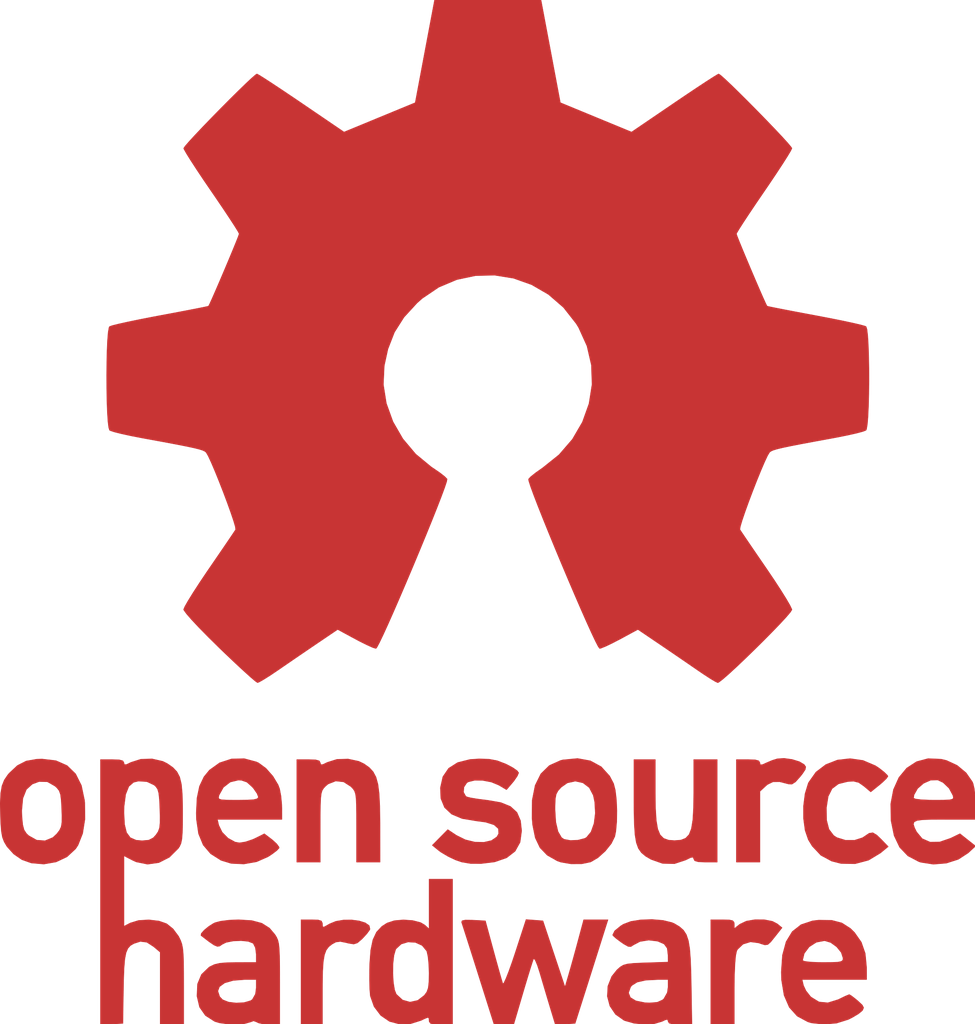
<source format=kicad_pcb>
(kicad_pcb (version 20171130) (host pcbnew "(5.0.0)")

  (general
    (thickness 1.6)
    (drawings 0)
    (tracks 0)
    (zones 0)
    (modules 1)
    (nets 1)
  )

  (page A3)
  (title_block
    (title "Placa Madre ")
    (date 2018-10-03)
    (rev "WEMB02 a")
    (company "R.Oliva CESE 2018")
  )

  (layers
    (0 F.Cu signal)
    (31 B.Cu signal)
    (32 B.Adhes user)
    (33 F.Adhes user)
    (34 B.Paste user)
    (35 F.Paste user)
    (36 B.SilkS user)
    (37 F.SilkS user)
    (38 B.Mask user)
    (39 F.Mask user)
    (40 Dwgs.User user)
    (41 Cmts.User user)
    (42 Eco1.User user)
    (43 Eco2.User user)
    (44 Edge.Cuts user)
    (45 Margin user)
    (46 B.CrtYd user)
    (47 F.CrtYd user)
    (48 B.Fab user)
    (49 F.Fab user)
  )

  (setup
    (last_trace_width 0.25)
    (trace_clearance 0.2)
    (zone_clearance 0.508)
    (zone_45_only no)
    (trace_min 0.2)
    (segment_width 0.2)
    (edge_width 0.15)
    (via_size 0.8)
    (via_drill 0.4)
    (via_min_size 0.4)
    (via_min_drill 0.3)
    (uvia_size 0.3)
    (uvia_drill 0.1)
    (uvias_allowed no)
    (uvia_min_size 0.2)
    (uvia_min_drill 0.1)
    (pcb_text_width 0.3)
    (pcb_text_size 1.5 1.5)
    (mod_edge_width 0.15)
    (mod_text_size 1 1)
    (mod_text_width 0.15)
    (pad_size 1.524 1.524)
    (pad_drill 0.762)
    (pad_to_mask_clearance 0.2)
    (aux_axis_origin 0 0)
    (visible_elements FFFFFF7F)
    (pcbplotparams
      (layerselection 0x010fc_ffffffff)
      (usegerberextensions false)
      (usegerberattributes false)
      (usegerberadvancedattributes false)
      (creategerberjobfile false)
      (excludeedgelayer true)
      (linewidth 0.100000)
      (plotframeref false)
      (viasonmask false)
      (mode 1)
      (useauxorigin false)
      (hpglpennumber 1)
      (hpglpenspeed 20)
      (hpglpendiameter 15.000000)
      (psnegative false)
      (psa4output false)
      (plotreference true)
      (plotvalue true)
      (plotinvisibletext false)
      (padsonsilk false)
      (subtractmaskfromsilk false)
      (outputformat 1)
      (mirror false)
      (drillshape 1)
      (scaleselection 1)
      (outputdirectory ""))
  )

  (net 0 "")

  (net_class Default "Esta es la clase de red por defecto."
    (clearance 0.2)
    (trace_width 0.25)
    (via_dia 0.8)
    (via_drill 0.4)
    (uvia_dia 0.3)
    (uvia_drill 0.1)
  )

  (module Symbol:OSHW-Logo_19x20mm_Copper (layer F.Cu) (tedit 0) (tstamp 5BC16D3F)
    (at 115.57 124.46)
    (descr "Open Source Hardware Logo")
    (tags "Logo OSHW")
    (attr virtual)
    (fp_text reference REF** (at 0 0) (layer F.SilkS) hide
      (effects (font (size 1 1) (thickness 0.15)))
    )
    (fp_text value OSHW-Logo_19x20mm_Copper (at 0.75 0) (layer F.Fab) hide
      (effects (font (size 1 1) (thickness 0.15)))
    )
    (fp_poly (pts (xy 1.248305 -8.97404) (xy 1.436557 -7.975458) (xy 2.131183 -7.689111) (xy 2.825808 -7.402763)
      (xy 3.659128 -7.969414) (xy 3.892501 -8.127189) (xy 4.103457 -8.268061) (xy 4.282153 -8.385599)
      (xy 4.418744 -8.473371) (xy 4.503386 -8.524945) (xy 4.526437 -8.536065) (xy 4.567963 -8.507465)
      (xy 4.656698 -8.428396) (xy 4.782697 -8.308959) (xy 4.936014 -8.159256) (xy 5.106702 -7.989385)
      (xy 5.284814 -7.809449) (xy 5.460406 -7.629546) (xy 5.62353 -7.459778) (xy 5.764241 -7.310246)
      (xy 5.872592 -7.191048) (xy 5.938637 -7.112287) (xy 5.954426 -7.085928) (xy 5.931703 -7.037334)
      (xy 5.867999 -6.930874) (xy 5.770013 -6.776961) (xy 5.644441 -6.586009) (xy 5.497982 -6.368431)
      (xy 5.413115 -6.244329) (xy 5.258426 -6.017721) (xy 5.12097 -5.81323) (xy 5.007414 -5.641035)
      (xy 4.924428 -5.511315) (xy 4.878678 -5.434249) (xy 4.871803 -5.418053) (xy 4.887388 -5.372025)
      (xy 4.929868 -5.26475) (xy 4.992835 -5.111313) (xy 5.069879 -4.926794) (xy 5.15459 -4.726279)
      (xy 5.240558 -4.524848) (xy 5.321373 -4.337585) (xy 5.390627 -4.179572) (xy 5.441908 -4.065893)
      (xy 5.468809 -4.01163) (xy 5.470396 -4.009494) (xy 5.512635 -3.999133) (xy 5.625126 -3.976018)
      (xy 5.796209 -3.942421) (xy 6.014223 -3.900615) (xy 6.267509 -3.852873) (xy 6.415288 -3.825341)
      (xy 6.685938 -3.77381) (xy 6.930397 -3.724775) (xy 7.1363 -3.680919) (xy 7.291277 -3.644926)
      (xy 7.382962 -3.619479) (xy 7.401393 -3.611405) (xy 7.419445 -3.556758) (xy 7.43401 -3.433338)
      (xy 7.445098 -3.255577) (xy 7.452719 -3.037909) (xy 7.456884 -2.794765) (xy 7.457602 -2.540577)
      (xy 7.454882 -2.28978) (xy 7.448735 -2.056804) (xy 7.439171 -1.856082) (xy 7.426199 -1.702046)
      (xy 7.409829 -1.60913) (xy 7.400011 -1.589787) (xy 7.341323 -1.566602) (xy 7.216966 -1.533456)
      (xy 7.04339 -1.494242) (xy 6.837042 -1.452855) (xy 6.765011 -1.439466) (xy 6.417719 -1.375853)
      (xy 6.143383 -1.324622) (xy 5.932939 -1.283739) (xy 5.777322 -1.251166) (xy 5.667467 -1.224868)
      (xy 5.594311 -1.202808) (xy 5.548787 -1.182951) (xy 5.521833 -1.163259) (xy 5.518061 -1.159368)
      (xy 5.480415 -1.096676) (xy 5.422986 -0.974669) (xy 5.351508 -0.808288) (xy 5.271715 -0.612471)
      (xy 5.189343 -0.40216) (xy 5.110125 -0.192292) (xy 5.039796 0.002191) (xy 4.984089 0.16635)
      (xy 4.948741 0.285245) (xy 4.939484 0.343936) (xy 4.940256 0.345992) (xy 4.97162 0.393964)
      (xy 5.042774 0.499516) (xy 5.14624 0.65166) (xy 5.27454 0.83941) (xy 5.420199 1.05178)
      (xy 5.46168 1.11213) (xy 5.609587 1.330929) (xy 5.739739 1.530562) (xy 5.845045 1.699565)
      (xy 5.918416 1.826475) (xy 5.952763 1.899829) (xy 5.954426 1.908841) (xy 5.925569 1.956207)
      (xy 5.845831 2.050042) (xy 5.725462 2.180261) (xy 5.574713 2.336779) (xy 5.403836 2.50951)
      (xy 5.223079 2.688371) (xy 5.042694 2.863276) (xy 4.872932 3.02414) (xy 4.724042 3.160878)
      (xy 4.606276 3.263407) (xy 4.529883 3.32164) (xy 4.50875 3.331148) (xy 4.45956 3.308754)
      (xy 4.358847 3.248356) (xy 4.223017 3.160129) (xy 4.11851 3.089115) (xy 3.929149 2.958811)
      (xy 3.704899 2.805384) (xy 3.479964 2.652201) (xy 3.359032 2.570218) (xy 2.949704 2.293353)
      (xy 2.606102 2.479136) (xy 2.449565 2.560523) (xy 2.316454 2.623784) (xy 2.226389 2.659865)
      (xy 2.203463 2.664885) (xy 2.175895 2.627817) (xy 2.121508 2.523069) (xy 2.044363 2.360303)
      (xy 1.948518 2.149181) (xy 1.838034 1.899365) (xy 1.716971 1.620517) (xy 1.589389 1.322299)
      (xy 1.459347 1.014374) (xy 1.330906 0.706404) (xy 1.208126 0.40805) (xy 1.095067 0.128975)
      (xy 0.995788 -0.121159) (xy 0.914349 -0.33269) (xy 0.854811 -0.495957) (xy 0.821234 -0.601295)
      (xy 0.815834 -0.637473) (xy 0.858634 -0.683619) (xy 0.952344 -0.758528) (xy 1.077373 -0.846636)
      (xy 1.087867 -0.853606) (xy 1.41102 -1.112279) (xy 1.671587 -1.414062) (xy 1.86731 -1.749305)
      (xy 1.995932 -2.108358) (xy 2.055195 -2.481574) (xy 2.042839 -2.8593) (xy 1.956607 -3.231889)
      (xy 1.794241 -3.58969) (xy 1.746472 -3.667973) (xy 1.498009 -3.984081) (xy 1.204481 -4.237921)
      (xy 0.876047 -4.428173) (xy 0.522865 -4.553515) (xy 0.155095 -4.612628) (xy -0.217103 -4.604193)
      (xy -0.583571 -4.526888) (xy -0.934149 -4.379394) (xy -1.258677 -4.16039) (xy -1.359064 -4.071502)
      (xy -1.614551 -3.793256) (xy -1.800722 -3.500344) (xy -1.92843 -3.172014) (xy -1.999556 -2.846867)
      (xy -2.017114 -2.481298) (xy -1.958566 -2.113914) (xy -1.829858 -1.757134) (xy -1.636938 -1.423374)
      (xy -1.385752 -1.125053) (xy -1.082248 -0.874589) (xy -1.04236 -0.848187) (xy -0.915991 -0.761728)
      (xy -0.819927 -0.686816) (xy -0.774 -0.638985) (xy -0.773332 -0.637473) (xy -0.783192 -0.585733)
      (xy -0.822278 -0.468304) (xy -0.886528 -0.294846) (xy -0.97188 -0.075021) (xy -1.074273 0.181513)
      (xy -1.189646 0.465096) (xy -1.313937 0.766067) (xy -1.443084 1.074767) (xy -1.573026 1.381536)
      (xy -1.699702 1.676714) (xy -1.819049 1.95064) (xy -1.927006 2.193656) (xy -2.019512 2.396101)
      (xy -2.092504 2.548315) (xy -2.141923 2.640638) (xy -2.161823 2.664885) (xy -2.222634 2.646004)
      (xy -2.336418 2.595364) (xy -2.483555 2.522017) (xy -2.564462 2.479136) (xy -2.908065 2.293353)
      (xy -3.317393 2.570218) (xy -3.526346 2.712054) (xy -3.755113 2.868141) (xy -3.969491 3.015109)
      (xy -4.076871 3.089115) (xy -4.227898 3.190531) (xy -4.355782 3.270898) (xy -4.443842 3.320041)
      (xy -4.472445 3.330429) (xy -4.514076 3.302405) (xy -4.606211 3.224172) (xy -4.739918 3.103852)
      (xy -4.906265 2.949568) (xy -5.09632 2.769443) (xy -5.216521 2.65379) (xy -5.426815 2.447167)
      (xy -5.608556 2.262358) (xy -5.754397 2.10727) (xy -5.856991 1.989807) (xy -5.908991 1.917875)
      (xy -5.91398 1.903278) (xy -5.890829 1.847753) (xy -5.826854 1.735484) (xy -5.729153 1.577837)
      (xy -5.60482 1.386179) (xy -5.460954 1.171876) (xy -5.420041 1.11213) (xy -5.270967 0.894982)
      (xy -5.137225 0.699475) (xy -5.026291 0.536599) (xy -4.945644 0.417337) (xy -4.902759 0.352678)
      (xy -4.898617 0.345992) (xy -4.904812 0.294462) (xy -4.9377 0.181166) (xy -4.991545 0.021042)
      (xy -5.060613 -0.170968) (xy -5.139169 -0.379926) (xy -5.22148 -0.590891) (xy -5.301811 -0.788924)
      (xy -5.374428 -0.959084) (xy -5.433595 -1.086433) (xy -5.47358 -1.156029) (xy -5.476422 -1.159368)
      (xy -5.500873 -1.179258) (xy -5.542169 -1.198927) (xy -5.609377 -1.220411) (xy -5.711559 -1.245747)
      (xy -5.857781 -1.276971) (xy -6.057107 -1.316118) (xy -6.318603 -1.365225) (xy -6.651331 -1.426328)
      (xy -6.723372 -1.439466) (xy -6.936885 -1.480718) (xy -7.123022 -1.521074) (xy -7.265334 -1.556639)
      (xy -7.347371 -1.58352) (xy -7.358372 -1.589787) (xy -7.376498 -1.645346) (xy -7.391233 -1.769505)
      (xy -7.402564 -1.947831) (xy -7.410484 -2.165891) (xy -7.414981 -2.409254) (xy -7.416046 -2.663486)
      (xy -7.41367 -2.914155) (xy -7.407841 -3.146829) (xy -7.398551 -3.347076) (xy -7.385789 -3.500462)
      (xy -7.369546 -3.592556) (xy -7.359754 -3.611405) (xy -7.305239 -3.630418) (xy -7.181104 -3.66135)
      (xy -6.999715 -3.701518) (xy -6.77344 -3.748238) (xy -6.514647 -3.798827) (xy -6.373649 -3.825341)
      (xy -6.106127 -3.87535) (xy -5.867562 -3.920654) (xy -5.669614 -3.958979) (xy -5.523943 -3.988053)
      (xy -5.442209 -4.005603) (xy -5.428757 -4.009494) (xy -5.406021 -4.053362) (xy -5.35796 -4.159024)
      (xy -5.290981 -4.311387) (xy -5.21149 -4.495354) (xy -5.125892 -4.69583) (xy -5.040595 -4.897719)
      (xy -4.962005 -5.085927) (xy -4.896527 -5.245358) (xy -4.850569 -5.360916) (xy -4.830537 -5.417506)
      (xy -4.830164 -5.419979) (xy -4.852874 -5.464621) (xy -4.916541 -5.567353) (xy -5.014475 -5.717963)
      (xy -5.139983 -5.906243) (xy -5.286374 -6.121982) (xy -5.371475 -6.245902) (xy -5.526545 -6.473117)
      (xy -5.664275 -6.679405) (xy -5.777947 -6.854329) (xy -5.860839 -6.987455) (xy -5.906231 -7.068347)
      (xy -5.912787 -7.08648) (xy -5.884605 -7.128688) (xy -5.806696 -7.218809) (xy -5.68901 -7.346746)
      (xy -5.5415 -7.502404) (xy -5.374119 -7.675685) (xy -5.196819 -7.856493) (xy -5.019552 -8.034733)
      (xy -4.85227 -8.200307) (xy -4.704925 -8.34312) (xy -4.58747 -8.453075) (xy -4.509857 -8.520076)
      (xy -4.483892 -8.536065) (xy -4.441616 -8.513581) (xy -4.340499 -8.450415) (xy -4.190373 -8.352997)
      (xy -4.00107 -8.227757) (xy -3.782421 -8.081125) (xy -3.617489 -7.969414) (xy -2.784169 -7.402763)
      (xy -2.089544 -7.689111) (xy -1.394918 -7.975458) (xy -1.206666 -8.97404) (xy -1.018413 -9.972623)
      (xy 1.060052 -9.972623) (xy 1.248305 -8.97404)) (layer F.Cu) (width 0.01))
    (fp_poly (pts (xy 5.958869 4.828231) (xy 6.102092 4.871989) (xy 6.194306 4.92728) (xy 6.224344 4.971004)
      (xy 6.216076 5.022834) (xy 6.162427 5.104259) (xy 6.117063 5.161927) (xy 6.023546 5.266182)
      (xy 5.953287 5.310045) (xy 5.893393 5.307182) (xy 5.71572 5.261967) (xy 5.585234 5.26402)
      (xy 5.479273 5.315261) (xy 5.4437 5.345252) (xy 5.329836 5.450778) (xy 5.329836 6.828853)
      (xy 4.871803 6.828853) (xy 4.871803 4.830164) (xy 5.10082 4.830164) (xy 5.238318 4.835602)
      (xy 5.309258 4.854909) (xy 5.329827 4.892576) (xy 5.329836 4.893692) (xy 5.33955 4.933146)
      (xy 5.383478 4.928) (xy 5.444344 4.899536) (xy 5.570054 4.846569) (xy 5.672134 4.814703)
      (xy 5.80348 4.806533) (xy 5.958869 4.828231)) (layer F.Cu) (width 0.01))
    (fp_poly (pts (xy -2.496892 4.864563) (xy -2.39326 4.914062) (xy -2.292894 4.985561) (xy -2.216432 5.067853)
      (xy -2.160738 5.172811) (xy -2.122677 5.312313) (xy -2.099115 5.498233) (xy -2.086915 5.742448)
      (xy -2.082944 6.056833) (xy -2.082882 6.089754) (xy -2.081967 6.828853) (xy -2.54 6.828853)
      (xy -2.54 6.147481) (xy -2.540326 5.89505) (xy -2.542581 5.712093) (xy -2.548681 5.584807)
      (xy -2.560541 5.499386) (xy -2.580076 5.442026) (xy -2.609203 5.398924) (xy -2.649776 5.356334)
      (xy -2.791731 5.264824) (xy -2.946694 5.247843) (xy -3.094323 5.305701) (xy -3.145663 5.348763)
      (xy -3.183353 5.389249) (xy -3.210413 5.432607) (xy -3.228603 5.492463) (xy -3.239684 5.582441)
      (xy -3.245414 5.716168) (xy -3.247556 5.90727) (xy -3.247869 6.139911) (xy -3.247869 6.828853)
      (xy -3.705902 6.828853) (xy -3.705902 4.830164) (xy -3.476885 4.830164) (xy -3.339386 4.835602)
      (xy -3.268447 4.854909) (xy -3.247878 4.892576) (xy -3.247869 4.893692) (xy -3.238325 4.930581)
      (xy -3.196233 4.926395) (xy -3.112541 4.885861) (xy -2.922727 4.826224) (xy -2.705599 4.819591)
      (xy -2.496892 4.864563)) (layer F.Cu) (width 0.01))
    (fp_poly (pts (xy 8.867792 4.823019) (xy 8.974414 4.848922) (xy 9.17883 4.943772) (xy 9.353625 5.088633)
      (xy 9.474597 5.26232) (xy 9.491217 5.301317) (xy 9.514016 5.403465) (xy 9.529975 5.554573)
      (xy 9.53541 5.707301) (xy 9.53541 5.996066) (xy 8.931639 5.996066) (xy 8.682619 5.997007)
      (xy 8.507189 6.002723) (xy 8.395665 6.01755) (xy 8.33836 6.045827) (xy 8.325588 6.09189)
      (xy 8.347662 6.160077) (xy 8.387205 6.239863) (xy 8.497509 6.373017) (xy 8.650792 6.439355)
      (xy 8.838141 6.437194) (xy 9.050363 6.364991) (xy 9.233773 6.275883) (xy 9.385962 6.39622)
      (xy 9.538151 6.516558) (xy 9.394974 6.648843) (xy 9.203828 6.773832) (xy 8.968753 6.849189)
      (xy 8.715898 6.870278) (xy 8.471413 6.83246) (xy 8.431967 6.819628) (xy 8.21709 6.707414)
      (xy 8.05725 6.540118) (xy 7.94908 6.312748) (xy 7.88921 6.020308) (xy 7.888513 6.01404)
      (xy 7.883152 5.695332) (xy 7.904823 5.581632) (xy 8.327869 5.581632) (xy 8.366722 5.599116)
      (xy 8.472205 5.612508) (xy 8.627707 5.620155) (xy 8.726249 5.621312) (xy 8.910013 5.620588)
      (xy 9.024914 5.615983) (xy 9.085366 5.603848) (xy 9.105783 5.58053) (xy 9.100581 5.542382)
      (xy 9.096217 5.527623) (xy 9.021724 5.388944) (xy 8.904566 5.277179) (xy 8.801173 5.228066)
      (xy 8.663816 5.231032) (xy 8.524629 5.292278) (xy 8.407874 5.393683) (xy 8.33781 5.517122)
      (xy 8.327869 5.581632) (xy 7.904823 5.581632) (xy 7.936579 5.41502) (xy 8.042572 5.17978)
      (xy 8.194911 4.996284) (xy 8.387374 4.871209) (xy 8.613742 4.811229) (xy 8.867792 4.823019)) (layer F.Cu) (width 0.01))
    (fp_poly (pts (xy 7.342288 4.847602) (xy 7.583543 4.95009) (xy 7.659531 4.999981) (xy 7.756648 5.076651)
      (xy 7.817612 5.136936) (xy 7.828197 5.156571) (xy 7.798308 5.200142) (xy 7.721819 5.274077)
      (xy 7.660582 5.325679) (xy 7.492967 5.460378) (xy 7.360614 5.34901) (xy 7.258336 5.277113)
      (xy 7.15861 5.252296) (xy 7.044475 5.258357) (xy 6.863234 5.303418) (xy 6.738475 5.396949)
      (xy 6.662658 5.548154) (xy 6.62824 5.766236) (xy 6.628231 5.766373) (xy 6.631208 6.010124)
      (xy 6.677467 6.188966) (xy 6.769742 6.31073) (xy 6.83265 6.351964) (xy 6.999717 6.403311)
      (xy 7.178162 6.403342) (xy 7.333415 6.353522) (xy 7.370164 6.32918) (xy 7.46233 6.267004)
      (xy 7.534387 6.256813) (xy 7.612102 6.303092) (xy 7.698018 6.386212) (xy 7.834011 6.526521)
      (xy 7.683023 6.650978) (xy 7.44974 6.791443) (xy 7.186673 6.860666) (xy 6.91176 6.855653)
      (xy 6.731216 6.809755) (xy 6.520194 6.696249) (xy 6.351426 6.517685) (xy 6.274753 6.391639)
      (xy 6.212654 6.210791) (xy 6.181581 5.981745) (xy 6.181342 5.73351) (xy 6.211743 5.495093)
      (xy 6.272592 5.295503) (xy 6.282176 5.275039) (xy 6.424102 5.074341) (xy 6.616259 4.928217)
      (xy 6.843464 4.839698) (xy 7.090535 4.811815) (xy 7.342288 4.847602)) (layer F.Cu) (width 0.01))
    (fp_poly (pts (xy 3.289508 5.478311) (xy 3.293444 5.783698) (xy 3.307823 6.01566) (xy 3.336504 6.183786)
      (xy 3.383348 6.297671) (xy 3.452211 6.366905) (xy 3.546954 6.40108) (xy 3.664262 6.409811)
      (xy 3.787123 6.400028) (xy 3.880444 6.364287) (xy 3.948084 6.292995) (xy 3.993901 6.176561)
      (xy 4.021755 6.005391) (xy 4.035504 5.769896) (xy 4.039016 5.478311) (xy 4.039016 4.830164)
      (xy 4.497049 4.830164) (xy 4.497049 6.828853) (xy 4.268033 6.828853) (xy 4.129971 6.823258)
      (xy 4.058878 6.803611) (xy 4.039016 6.766313) (xy 4.027054 6.733094) (xy 3.979447 6.740121)
      (xy 3.883485 6.787132) (xy 3.663548 6.859654) (xy 3.430274 6.854516) (xy 3.206755 6.775766)
      (xy 3.100313 6.713558) (xy 3.019122 6.646204) (xy 2.959808 6.561928) (xy 2.918996 6.448957)
      (xy 2.893312 6.295515) (xy 2.879381 6.089827) (xy 2.873829 5.820118) (xy 2.873115 5.611551)
      (xy 2.873115 4.830164) (xy 3.289508 4.830164) (xy 3.289508 5.478311)) (layer F.Cu) (width 0.01))
    (fp_poly (pts (xy 2.022521 4.854805) (xy 2.233136 4.969505) (xy 2.397915 5.150574) (xy 2.475554 5.297838)
      (xy 2.508886 5.427907) (xy 2.530483 5.613333) (xy 2.539739 5.826939) (xy 2.536045 6.04155)
      (xy 2.518794 6.229991) (xy 2.498643 6.330637) (xy 2.430667 6.468323) (xy 2.312942 6.614566)
      (xy 2.171065 6.742452) (xy 2.030632 6.825063) (xy 2.027207 6.826373) (xy 1.852945 6.862472)
      (xy 1.646427 6.863365) (xy 1.450174 6.830501) (xy 1.374396 6.804161) (xy 1.179221 6.693484)
      (xy 1.039438 6.548478) (xy 0.947599 6.356503) (xy 0.896254 6.10492) (xy 0.884637 5.973142)
      (xy 0.886119 5.807553) (xy 1.332459 5.807553) (xy 1.347494 6.049177) (xy 1.390772 6.233303)
      (xy 1.459551 6.350949) (xy 1.50855 6.38459) (xy 1.634093 6.40805) (xy 1.783318 6.401104)
      (xy 1.912333 6.367345) (xy 1.946166 6.348772) (xy 2.035428 6.240599) (xy 2.094345 6.075051)
      (xy 2.119424 5.873581) (xy 2.107174 5.657646) (xy 2.079796 5.52769) (xy 2.001191 5.377191)
      (xy 1.877104 5.283114) (xy 1.727661 5.250587) (xy 1.572987 5.284738) (xy 1.454174 5.368273)
      (xy 1.391735 5.437193) (xy 1.355293 5.505126) (xy 1.337923 5.597064) (xy 1.332699 5.737999)
      (xy 1.332459 5.807553) (xy 0.886119 5.807553) (xy 0.887785 5.621495) (xy 0.945056 5.333134)
      (xy 1.056457 5.108049) (xy 1.221993 4.94623) (xy 1.44167 4.847666) (xy 1.488842 4.836236)
      (xy 1.772336 4.809406) (xy 2.022521 4.854805)) (layer F.Cu) (width 0.01))
    (fp_poly (pts (xy 0.046418 4.823003) (xy 0.2041 4.852907) (xy 0.367685 4.915452) (xy 0.385164 4.923426)
      (xy 0.509217 4.988656) (xy 0.595129 5.049274) (xy 0.622898 5.088106) (xy 0.596453 5.151437)
      (xy 0.53222 5.244881) (xy 0.503708 5.279762) (xy 0.386211 5.417066) (xy 0.234732 5.327691)
      (xy 0.09057 5.268152) (xy -0.076 5.236326) (xy -0.235738 5.234316) (xy -0.359406 5.264221)
      (xy -0.389084 5.282886) (xy -0.445602 5.368466) (xy -0.452471 5.467049) (xy -0.41018 5.544062)
      (xy -0.385164 5.558998) (xy -0.310204 5.577547) (xy -0.178439 5.599348) (xy -0.016009 5.62018)
      (xy 0.013956 5.623447) (xy 0.27484 5.668575) (xy 0.464055 5.74523) (xy 0.589543 5.860491)
      (xy 0.659243 6.021435) (xy 0.680956 6.218015) (xy 0.650961 6.441473) (xy 0.553559 6.616949)
      (xy 0.388361 6.744758) (xy 0.154977 6.825218) (xy -0.104098 6.856962) (xy -0.315367 6.85658)
      (xy -0.486735 6.827749) (xy -0.60377 6.787944) (xy -0.75165 6.718587) (xy -0.888313 6.638097)
      (xy -0.936885 6.60267) (xy -1.061803 6.500705) (xy -0.760491 6.195813) (xy -0.589204 6.309165)
      (xy -0.417406 6.3943) (xy -0.233952 6.43883) (xy -0.057603 6.443528) (xy 0.092881 6.40917)
      (xy 0.19874 6.336529) (xy 0.232921 6.275238) (xy 0.227794 6.176941) (xy 0.142857 6.101773)
      (xy -0.021657 6.049866) (xy -0.201899 6.025875) (xy -0.479291 5.980104) (xy -0.685365 5.893748)
      (xy -0.822878 5.76428) (xy -0.894587 5.589172) (xy -0.904521 5.381565) (xy -0.855452 5.164714)
      (xy -0.74358 5.000805) (xy -0.567903 4.889088) (xy -0.327419 4.828814) (xy -0.149257 4.816999)
      (xy 0.046418 4.823003)) (layer F.Cu) (width 0.01))
    (fp_poly (pts (xy -4.492675 4.876526) (xy -4.451181 4.896061) (xy -4.307566 5.001263) (xy -4.171764 5.154793)
      (xy -4.070362 5.323845) (xy -4.04152 5.401567) (xy -4.015206 5.540398) (xy -3.999515 5.708177)
      (xy -3.997609 5.777459) (xy -3.997377 5.996066) (xy -5.255585 5.996066) (xy -5.228766 6.110574)
      (xy -5.162934 6.246004) (xy -5.047839 6.363046) (xy -4.910913 6.438442) (xy -4.823658 6.454098)
      (xy -4.705328 6.435099) (xy -4.564149 6.387446) (xy -4.516189 6.365521) (xy -4.338829 6.276944)
      (xy -4.18747 6.392391) (xy -4.100131 6.470474) (xy -4.053658 6.534922) (xy -4.051305 6.553837)
      (xy -4.092822 6.599681) (xy -4.18381 6.669349) (xy -4.266395 6.7237) (xy -4.489249 6.821405)
      (xy -4.739087 6.865628) (xy -4.98671 6.85413) (xy -5.184098 6.794029) (xy -5.387576 6.665284)
      (xy -5.532179 6.495774) (xy -5.622639 6.276462) (xy -5.663689 5.998309) (xy -5.667329 5.871034)
      (xy -5.652761 5.579375) (xy -5.650972 5.570891) (xy -5.234059 5.570891) (xy -5.222577 5.598242)
      (xy -5.175384 5.613324) (xy -5.078049 5.619788) (xy -4.916136 5.621285) (xy -4.85379 5.621312)
      (xy -4.664103 5.619052) (xy -4.543811 5.610844) (xy -4.479116 5.59455) (xy -4.45622 5.568027)
      (xy -4.45541 5.55951) (xy -4.48154 5.491825) (xy -4.546937 5.397005) (xy -4.575052 5.363805)
      (xy -4.679426 5.269906) (xy -4.788225 5.232988) (xy -4.846843 5.229902) (xy -5.005426 5.268493)
      (xy -5.138413 5.372155) (xy -5.222772 5.522717) (xy -5.224267 5.527623) (xy -5.234059 5.570891)
      (xy -5.650972 5.570891) (xy -5.604316 5.349722) (xy -5.517045 5.165983) (xy -5.410311 5.035557)
      (xy -5.21298 4.894131) (xy -4.981015 4.818556) (xy -4.734288 4.811724) (xy -4.492675 4.876526)) (layer F.Cu) (width 0.01))
    (fp_poly (pts (xy -8.40539 4.851802) (xy -8.187553 4.948108) (xy -8.022184 5.108919) (xy -7.909043 5.334482)
      (xy -7.847888 5.625042) (xy -7.843505 5.670408) (xy -7.84007 5.990256) (xy -7.884602 6.270614)
      (xy -7.974391 6.497847) (xy -8.022471 6.570941) (xy -8.189945 6.725643) (xy -8.403232 6.825838)
      (xy -8.641846 6.867418) (xy -8.885303 6.846272) (xy -9.07037 6.781145) (xy -9.229521 6.671393)
      (xy -9.359596 6.527496) (xy -9.361846 6.52413) (xy -9.41467 6.435314) (xy -9.448999 6.346005)
      (xy -9.469788 6.233294) (xy -9.481991 6.074273) (xy -9.487367 5.943868) (xy -9.489605 5.825611)
      (xy -9.073294 5.825611) (xy -9.069225 5.943335) (xy -9.054455 6.100049) (xy -9.028398 6.200621)
      (xy -8.981407 6.272173) (xy -8.937397 6.313971) (xy -8.781377 6.401484) (xy -8.618131 6.413179)
      (xy -8.466096 6.350212) (xy -8.39008 6.279653) (xy -8.335303 6.20855) (xy -8.303263 6.140512)
      (xy -8.2892 6.051967) (xy -8.288358 5.919339) (xy -8.292691 5.797195) (xy -8.302011 5.62271)
      (xy -8.316788 5.509538) (xy -8.34342 5.435721) (xy -8.388309 5.379298) (xy -8.42388 5.34705)
      (xy -8.572671 5.26234) (xy -8.733187 5.258117) (xy -8.86778 5.308292) (xy -8.9826 5.413075)
      (xy -9.051004 5.585198) (xy -9.073294 5.825611) (xy -9.489605 5.825611) (xy -9.492276 5.684548)
      (xy -9.483893 5.49061) (xy -9.458772 5.344745) (xy -9.413468 5.229641) (xy -9.344536 5.127986)
      (xy -9.318978 5.097802) (xy -9.159175 4.947412) (xy -8.987769 4.859566) (xy -8.778151 4.822762)
      (xy -8.675936 4.819754) (xy -8.40539 4.851802)) (layer F.Cu) (width 0.01))
    (fp_poly (pts (xy 6.730842 7.963999) (xy 6.929876 8.015746) (xy 7.096561 8.122544) (xy 7.177269 8.202326)
      (xy 7.309568 8.390931) (xy 7.38539 8.60972) (xy 7.411438 8.878668) (xy 7.411571 8.90041)
      (xy 7.411803 9.119017) (xy 6.153595 9.119017) (xy 6.180415 9.233525) (xy 6.228841 9.337232)
      (xy 6.313596 9.44529) (xy 6.331323 9.462541) (xy 6.48368 9.555904) (xy 6.657424 9.571738)
      (xy 6.857411 9.510313) (xy 6.891311 9.493771) (xy 6.995288 9.443484) (xy 7.064931 9.414834)
      (xy 7.077083 9.412184) (xy 7.119501 9.437913) (xy 7.200399 9.500861) (xy 7.241465 9.535259)
      (xy 7.32656 9.614276) (xy 7.354503 9.666451) (xy 7.33511 9.714446) (xy 7.324743 9.72757)
      (xy 7.254531 9.785008) (xy 7.138674 9.854813) (xy 7.057869 9.895564) (xy 6.828501 9.967362)
      (xy 6.574564 9.990625) (xy 6.334074 9.963059) (xy 6.266721 9.943321) (xy 6.058262 9.831612)
      (xy 5.903746 9.659721) (xy 5.802278 9.425979) (xy 5.752965 9.128716) (xy 5.747551 8.973279)
      (xy 5.763359 8.746973) (xy 6.162623 8.746973) (xy 6.20124 8.763702) (xy 6.305042 8.776829)
      (xy 6.455956 8.784575) (xy 6.558197 8.785902) (xy 6.742101 8.784623) (xy 6.858174 8.778638)
      (xy 6.921852 8.764724) (xy 6.948567 8.739655) (xy 6.95377 8.70328) (xy 6.918073 8.591229)
      (xy 6.828196 8.480488) (xy 6.709966 8.395489) (xy 6.59169 8.360718) (xy 6.431044 8.391563)
      (xy 6.291978 8.480732) (xy 6.195557 8.609263) (xy 6.162623 8.746973) (xy 5.763359 8.746973)
      (xy 5.770572 8.643733) (xy 5.841624 8.381175) (xy 5.96221 8.183525) (xy 6.133834 8.048702)
      (xy 6.357998 7.974626) (xy 6.479438 7.96036) (xy 6.730842 7.963999)) (layer F.Cu) (width 0.01))
    (fp_poly (pts (xy 5.415107 7.95246) (xy 5.575182 7.984017) (xy 5.666312 8.030743) (xy 5.762179 8.10837)
      (xy 5.625787 8.280579) (xy 5.541694 8.384867) (xy 5.484592 8.435746) (xy 5.427844 8.443519)
      (xy 5.344811 8.418488) (xy 5.305833 8.404327) (xy 5.146926 8.383433) (xy 5.001399 8.42822)
      (xy 4.89456 8.529399) (xy 4.877205 8.561659) (xy 4.858303 8.647115) (xy 4.843716 8.804606)
      (xy 4.834126 9.022969) (xy 4.830219 9.291038) (xy 4.830164 9.329172) (xy 4.830164 9.993443)
      (xy 4.372131 9.993443) (xy 4.372131 7.953115) (xy 4.601148 7.953115) (xy 4.733199 7.956563)
      (xy 4.801992 7.971907) (xy 4.82743 8.006648) (xy 4.830164 8.039416) (xy 4.830164 8.125717)
      (xy 4.939878 8.039416) (xy 5.06568 7.980538) (xy 5.234681 7.951426) (xy 5.415107 7.95246)) (layer F.Cu) (width 0.01))
    (fp_poly (pts (xy 3.43867 7.96548) (xy 3.614179 8.008109) (xy 3.664912 8.030693) (xy 3.763254 8.089847)
      (xy 3.838727 8.156472) (xy 3.894571 8.242135) (xy 3.934026 8.358405) (xy 3.960332 8.516848)
      (xy 3.976729 8.729034) (xy 3.986457 9.006529) (xy 3.990151 9.191885) (xy 4.003745 9.993443)
      (xy 3.771544 9.993443) (xy 3.630677 9.987536) (xy 3.558102 9.96735) (xy 3.539344 9.933453)
      (xy 3.529441 9.896799) (xy 3.485166 9.903807) (xy 3.424836 9.933197) (xy 3.273803 9.978246)
      (xy 3.079693 9.990385) (xy 2.875531 9.970529) (xy 2.69434 9.919592) (xy 2.678089 9.912522)
      (xy 2.512491 9.796188) (xy 2.403324 9.634467) (xy 2.353091 9.44543) (xy 2.356928 9.377515)
      (xy 2.766763 9.377515) (xy 2.802875 9.468914) (xy 2.909942 9.534411) (xy 3.082684 9.569563)
      (xy 3.175 9.574231) (xy 3.32885 9.562282) (xy 3.431115 9.515844) (xy 3.456066 9.493771)
      (xy 3.523661 9.373681) (xy 3.539344 9.264754) (xy 3.539344 9.119017) (xy 3.336352 9.119017)
      (xy 3.100387 9.131043) (xy 2.934881 9.168871) (xy 2.830305 9.235121) (xy 2.806891 9.264656)
      (xy 2.766763 9.377515) (xy 2.356928 9.377515) (xy 2.364295 9.247148) (xy 2.43944 9.057692)
      (xy 2.541968 8.929656) (xy 2.604065 8.874302) (xy 2.664855 8.837924) (xy 2.743952 8.815744)
      (xy 2.860971 8.802982) (xy 3.035527 8.794857) (xy 3.104763 8.792521) (xy 3.539344 8.778321)
      (xy 3.538707 8.646784) (xy 3.521876 8.508519) (xy 3.461026 8.424917) (xy 3.338095 8.371507)
      (xy 3.334797 8.370555) (xy 3.160504 8.349555) (xy 2.989952 8.376985) (xy 2.8632 8.443689)
      (xy 2.812342 8.476625) (xy 2.757565 8.472068) (xy 2.673272 8.424349) (xy 2.623773 8.390671)
      (xy 2.526955 8.318716) (xy 2.466982 8.264779) (xy 2.457359 8.249337) (xy 2.496985 8.169424)
      (xy 2.614064 8.073989) (xy 2.664918 8.041789) (xy 2.811113 7.986332) (xy 3.008137 7.954913)
      (xy 3.226989 7.947855) (xy 3.43867 7.96548)) (layer F.Cu) (width 0.01))
    (fp_poly (pts (xy 1.096942 7.973935) (xy 1.312248 8.619344) (xy 1.527555 9.264754) (xy 1.595064 9.035738)
      (xy 1.635691 8.894204) (xy 1.689133 8.702936) (xy 1.746842 8.492693) (xy 1.777355 8.379918)
      (xy 1.892136 7.953115) (xy 2.365687 7.953115) (xy 2.224139 8.400738) (xy 2.154433 8.620903)
      (xy 2.070223 8.886471) (xy 1.982281 9.163492) (xy 1.903772 9.410492) (xy 1.724952 9.972623)
      (xy 1.531882 9.985185) (xy 1.338811 9.997746) (xy 1.234118 9.65207) (xy 1.169553 9.437335)
      (xy 1.099092 9.200604) (xy 1.037511 8.991526) (xy 1.035081 8.983205) (xy 0.989085 8.841537)
      (xy 0.948503 8.744874) (xy 0.92008 8.708321) (xy 0.914239 8.712549) (xy 0.893738 8.769217)
      (xy 0.854785 8.890605) (xy 0.802122 9.061448) (xy 0.740491 9.266482) (xy 0.707143 9.379262)
      (xy 0.526546 9.993443) (xy 0.143267 9.993443) (xy -0.163133 9.025328) (xy -0.249209 8.753759)
      (xy -0.32762 8.507138) (xy -0.394661 8.297048) (xy -0.446631 8.135076) (xy -0.479826 8.032808)
      (xy -0.489916 8.002928) (xy -0.481928 7.972334) (xy -0.419208 7.958935) (xy -0.288685 7.960275)
      (xy -0.268253 7.961288) (xy -0.026208 7.973935) (xy 0.132317 8.556885) (xy 0.190585 8.769486)
      (xy 0.242655 8.956377) (xy 0.283944 9.101331) (xy 0.309866 9.18812) (xy 0.314656 9.202269)
      (xy 0.334504 9.185998) (xy 0.37453 9.101697) (xy 0.430138 8.960842) (xy 0.496731 8.774911)
      (xy 0.553024 8.606956) (xy 0.767578 7.949209) (xy 1.096942 7.973935)) (layer F.Cu) (width 0.01))
    (fp_poly (pts (xy -0.66623 9.993443) (xy -0.895246 9.993443) (xy -1.028175 9.989546) (xy -1.097405 9.973407)
      (xy -1.122332 9.938354) (xy -1.124262 9.914653) (xy -1.128466 9.867123) (xy -1.154974 9.858008)
      (xy -1.224633 9.887308) (xy -1.278804 9.914653) (xy -1.486777 9.979451) (xy -1.712853 9.983201)
      (xy -1.896655 9.934873) (xy -2.067813 9.818118) (xy -2.198284 9.645781) (xy -2.269727 9.442506)
      (xy -2.271546 9.431141) (xy -2.282161 9.307136) (xy -2.28744 9.129117) (xy -2.287016 8.99448)
      (xy -1.832172 8.99448) (xy -1.821635 9.173428) (xy -1.797666 9.320924) (xy -1.765217 9.404217)
      (xy -1.642456 9.518041) (xy -1.496701 9.558845) (xy -1.346393 9.525848) (xy -1.217951 9.427422)
      (xy -1.169308 9.361224) (xy -1.140866 9.282231) (xy -1.127544 9.166926) (xy -1.124262 8.993736)
      (xy -1.130135 8.822229) (xy -1.145647 8.67154) (xy -1.167638 8.570698) (xy -1.171303 8.561659)
      (xy -1.259988 8.454195) (xy -1.389428 8.395195) (xy -1.534257 8.385669) (xy -1.669109 8.426626)
      (xy -1.768617 8.519076) (xy -1.77894 8.537473) (xy -1.81125 8.649646) (xy -1.828852 8.810934)
      (xy -1.832172 8.99448) (xy -2.287016 8.99448) (xy -2.2868 8.926212) (xy -2.283806 8.81701)
      (xy -2.263442 8.546856) (xy -2.221117 8.344024) (xy -2.150706 8.194077) (xy -2.046088 8.082579)
      (xy -1.944521 8.017127) (xy -1.802616 7.971117) (xy -1.626121 7.955336) (xy -1.445393 7.96819)
      (xy -1.290787 8.008081) (xy -1.209101 8.055801) (xy -1.124262 8.132579) (xy -1.124262 7.161967)
      (xy -0.66623 7.161967) (xy -0.66623 9.993443)) (layer F.Cu) (width 0.01))
    (fp_poly (pts (xy -3.289475 7.95754) (xy -3.227163 7.976218) (xy -3.207075 8.017255) (xy -3.20623 8.035782)
      (xy -3.202625 8.087383) (xy -3.1778 8.095484) (xy -3.110737 8.060108) (xy -3.070902 8.035937)
      (xy -2.945227 7.984175) (xy -2.795123 7.958581) (xy -2.637737 7.956613) (xy -2.490214 7.975729)
      (xy -2.3697 8.013387) (xy -2.29334 8.067044) (xy -2.278281 8.134158) (xy -2.285881 8.152333)
      (xy -2.341282 8.227777) (xy -2.42719 8.320568) (xy -2.442728 8.335568) (xy -2.524612 8.40454)
      (xy -2.595263 8.426825) (xy -2.694068 8.411272) (xy -2.733652 8.400938) (xy -2.856828 8.376116)
      (xy -2.943436 8.387278) (xy -3.016576 8.426646) (xy -3.083574 8.479479) (xy -3.132918 8.545924)
      (xy -3.167209 8.638652) (xy -3.189048 8.770334) (xy -3.201034 8.953641) (xy -3.205769 9.201246)
      (xy -3.20623 9.350744) (xy -3.20623 9.993443) (xy -3.622623 9.993443) (xy -3.622623 7.953115)
      (xy -3.414426 7.953115) (xy -3.289475 7.95754)) (layer F.Cu) (width 0.01))
    (fp_poly (pts (xy -4.583779 7.969247) (xy -4.387889 8.021514) (xy -4.238767 8.116253) (xy -4.133535 8.240338)
      (xy -4.100821 8.293296) (xy -4.076669 8.348768) (xy -4.059784 8.41973) (xy -4.048873 8.519154)
      (xy -4.04264 8.660016) (xy -4.039791 8.855289) (xy -4.039032 9.117948) (xy -4.039016 9.187633)
      (xy -4.039016 9.993443) (xy -4.238885 9.993443) (xy -4.36637 9.984515) (xy -4.460634 9.961896)
      (xy -4.484251 9.947946) (xy -4.548815 9.92387) (xy -4.614759 9.947946) (xy -4.723332 9.978003)
      (xy -4.881042 9.9901) (xy -5.055844 9.984851) (xy -5.215693 9.962869) (xy -5.309016 9.934663)
      (xy -5.489609 9.818731) (xy -5.60247 9.657847) (xy -5.653209 9.443936) (xy -5.65368 9.438443)
      (xy -5.649227 9.343547) (xy -5.246557 9.343547) (xy -5.211354 9.451484) (xy -5.154014 9.512229)
      (xy -5.038913 9.558172) (xy -4.886986 9.576512) (xy -4.732061 9.567485) (xy -4.607964 9.531332)
      (xy -4.573197 9.508137) (xy -4.512444 9.40096) (xy -4.497049 9.27912) (xy -4.497049 9.119017)
      (xy -4.727403 9.119017) (xy -4.946241 9.135863) (xy -5.112137 9.183593) (xy -5.215338 9.257986)
      (xy -5.246557 9.343547) (xy -5.649227 9.343547) (xy -5.642713 9.204731) (xy -5.565631 9.019946)
      (xy -5.420714 8.880206) (xy -5.400683 8.867495) (xy -5.31461 8.826105) (xy -5.208073 8.801041)
      (xy -5.059141 8.788858) (xy -4.882213 8.786057) (xy -4.497049 8.785902) (xy -4.497049 8.624443)
      (xy -4.513387 8.499168) (xy -4.555078 8.415241) (xy -4.559959 8.410773) (xy -4.652736 8.374059)
      (xy -4.792784 8.359828) (xy -4.947555 8.366821) (xy -5.084499 8.39378) (xy -5.165759 8.434212)
      (xy -5.20979 8.466601) (xy -5.256285 8.472784) (xy -5.320451 8.446248) (xy -5.417495 8.380479)
      (xy -5.562626 8.268963) (xy -5.575947 8.258516) (xy -5.569121 8.219862) (xy -5.512178 8.155572)
      (xy -5.42563 8.084131) (xy -5.329992 8.024021) (xy -5.299944 8.009827) (xy -5.190341 7.981503)
      (xy -5.029735 7.9613) (xy -4.850302 7.953196) (xy -4.841911 7.95318) (xy -4.583779 7.969247)) (layer F.Cu) (width 0.01))
    (fp_poly (pts (xy -6.320808 4.865166) (xy -6.233015 4.90854) (xy -6.124751 4.984122) (xy -6.045845 5.066542)
      (xy -5.991805 5.170037) (xy -5.958141 5.308843) (xy -5.940363 5.497194) (xy -5.93398 5.749328)
      (xy -5.933607 5.857724) (xy -5.934696 6.095287) (xy -5.939222 6.265068) (xy -5.949068 6.38255)
      (xy -5.966118 6.463215) (xy -5.992259 6.522545) (xy -6.019458 6.56302) (xy -6.19308 6.735225)
      (xy -6.397538 6.838806) (xy -6.618104 6.86996) (xy -6.840046 6.824885) (xy -6.91036 6.793009)
      (xy -7.078689 6.705271) (xy -7.078689 8.080172) (xy -6.955838 8.016643) (xy -6.793967 7.967491)
      (xy -6.595005 7.9549) (xy -6.396328 7.978147) (xy -6.24629 8.03037) (xy -6.121841 8.129826)
      (xy -6.015508 8.272143) (xy -6.007513 8.286755) (xy -5.973793 8.355582) (xy -5.949166 8.424956)
      (xy -5.932214 8.508996) (xy -5.921519 8.621816) (xy -5.915662 8.777533) (xy -5.913227 8.990265)
      (xy -5.912787 9.229664) (xy -5.912787 9.993443) (xy -6.37082 9.993443) (xy -6.37082 8.585108)
      (xy -6.498933 8.477308) (xy -6.632018 8.391079) (xy -6.758048 8.375401) (xy -6.884778 8.415747)
      (xy -6.952317 8.455254) (xy -7.002586 8.511527) (xy -7.038338 8.596572) (xy -7.062328 8.722394)
      (xy -7.077311 8.900998) (xy -7.08604 9.144391) (xy -7.089114 9.306394) (xy -7.099508 9.972623)
      (xy -7.318115 9.985209) (xy -7.536721 9.997795) (xy -7.536721 5.863464) (xy -7.078689 5.863464)
      (xy -7.067011 6.093953) (xy -7.027662 6.25395) (xy -6.954166 6.353497) (xy -6.840049 6.402639)
      (xy -6.724754 6.412459) (xy -6.594238 6.401175) (xy -6.507617 6.356764) (xy -6.453451 6.298081)
      (xy -6.41081 6.234962) (xy -6.385426 6.164645) (xy -6.374131 6.066123) (xy -6.37376 5.918387)
      (xy -6.37756 5.794683) (xy -6.386288 5.608328) (xy -6.39928 5.485982) (xy -6.421159 5.408377)
      (xy -6.456546 5.356245) (xy -6.489941 5.326111) (xy -6.629475 5.260399) (xy -6.794619 5.249787)
      (xy -6.889446 5.272423) (xy -6.983334 5.352881) (xy -7.045526 5.509392) (xy -7.075669 5.740852)
      (xy -7.078689 5.863464) (xy -7.536721 5.863464) (xy -7.536721 4.830164) (xy -7.307705 4.830164)
      (xy -7.170206 4.835602) (xy -7.099267 4.854909) (xy -7.078697 4.892576) (xy -7.078689 4.893692)
      (xy -7.069145 4.930581) (xy -7.027051 4.926393) (xy -6.943361 4.885859) (xy -6.748354 4.82385)
      (xy -6.528954 4.817332) (xy -6.320808 4.865166)) (layer F.Cu) (width 0.01))
  )

)

</source>
